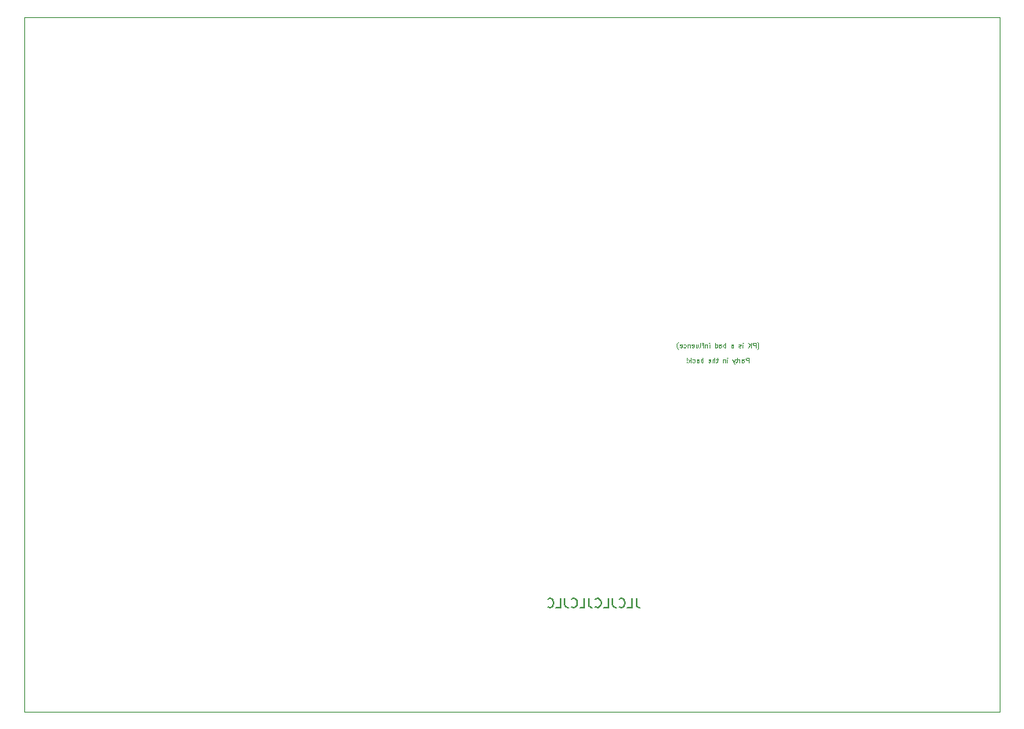
<source format=gbr>
%TF.GenerationSoftware,KiCad,Pcbnew,(6.0.6)*%
%TF.CreationDate,2022-09-05T02:31:18-05:00*%
%TF.ProjectId,rp2040-board,72703230-3430-42d6-926f-6172642e6b69,rev?*%
%TF.SameCoordinates,Original*%
%TF.FileFunction,Legend,Bot*%
%TF.FilePolarity,Positive*%
%FSLAX46Y46*%
G04 Gerber Fmt 4.6, Leading zero omitted, Abs format (unit mm)*
G04 Created by KiCad (PCBNEW (6.0.6)) date 2022-09-05 02:31:18*
%MOMM*%
%LPD*%
G01*
G04 APERTURE LIST*
%ADD10C,0.150000*%
%ADD11C,0.125000*%
%TA.AperFunction,Profile*%
%ADD12C,0.025400*%
%TD*%
G04 APERTURE END LIST*
D10*
X163719047Y-125852380D02*
X163719047Y-126566666D01*
X163766666Y-126709523D01*
X163861904Y-126804761D01*
X164004761Y-126852380D01*
X164100000Y-126852380D01*
X162766666Y-126852380D02*
X163242857Y-126852380D01*
X163242857Y-125852380D01*
X161861904Y-126757142D02*
X161909523Y-126804761D01*
X162052380Y-126852380D01*
X162147619Y-126852380D01*
X162290476Y-126804761D01*
X162385714Y-126709523D01*
X162433333Y-126614285D01*
X162480952Y-126423809D01*
X162480952Y-126280952D01*
X162433333Y-126090476D01*
X162385714Y-125995238D01*
X162290476Y-125900000D01*
X162147619Y-125852380D01*
X162052380Y-125852380D01*
X161909523Y-125900000D01*
X161861904Y-125947619D01*
X161147619Y-125852380D02*
X161147619Y-126566666D01*
X161195238Y-126709523D01*
X161290476Y-126804761D01*
X161433333Y-126852380D01*
X161528571Y-126852380D01*
X160195238Y-126852380D02*
X160671428Y-126852380D01*
X160671428Y-125852380D01*
X159290476Y-126757142D02*
X159338095Y-126804761D01*
X159480952Y-126852380D01*
X159576190Y-126852380D01*
X159719047Y-126804761D01*
X159814285Y-126709523D01*
X159861904Y-126614285D01*
X159909523Y-126423809D01*
X159909523Y-126280952D01*
X159861904Y-126090476D01*
X159814285Y-125995238D01*
X159719047Y-125900000D01*
X159576190Y-125852380D01*
X159480952Y-125852380D01*
X159338095Y-125900000D01*
X159290476Y-125947619D01*
X158576190Y-125852380D02*
X158576190Y-126566666D01*
X158623809Y-126709523D01*
X158719047Y-126804761D01*
X158861904Y-126852380D01*
X158957142Y-126852380D01*
X157623809Y-126852380D02*
X158100000Y-126852380D01*
X158100000Y-125852380D01*
X156719047Y-126757142D02*
X156766666Y-126804761D01*
X156909523Y-126852380D01*
X157004761Y-126852380D01*
X157147619Y-126804761D01*
X157242857Y-126709523D01*
X157290476Y-126614285D01*
X157338095Y-126423809D01*
X157338095Y-126280952D01*
X157290476Y-126090476D01*
X157242857Y-125995238D01*
X157147619Y-125900000D01*
X157004761Y-125852380D01*
X156909523Y-125852380D01*
X156766666Y-125900000D01*
X156719047Y-125947619D01*
X156004761Y-125852380D02*
X156004761Y-126566666D01*
X156052380Y-126709523D01*
X156147619Y-126804761D01*
X156290476Y-126852380D01*
X156385714Y-126852380D01*
X155052380Y-126852380D02*
X155528571Y-126852380D01*
X155528571Y-125852380D01*
X154147619Y-126757142D02*
X154195238Y-126804761D01*
X154338095Y-126852380D01*
X154433333Y-126852380D01*
X154576190Y-126804761D01*
X154671428Y-126709523D01*
X154719047Y-126614285D01*
X154766666Y-126423809D01*
X154766666Y-126280952D01*
X154719047Y-126090476D01*
X154671428Y-125995238D01*
X154576190Y-125900000D01*
X154433333Y-125852380D01*
X154338095Y-125852380D01*
X154195238Y-125900000D01*
X154147619Y-125947619D01*
D11*
X176773809Y-98911666D02*
X176797619Y-98887857D01*
X176845238Y-98816428D01*
X176869047Y-98768809D01*
X176892857Y-98697380D01*
X176916666Y-98578333D01*
X176916666Y-98483095D01*
X176892857Y-98364047D01*
X176869047Y-98292619D01*
X176845238Y-98245000D01*
X176797619Y-98173571D01*
X176773809Y-98149761D01*
X176583333Y-98721190D02*
X176583333Y-98221190D01*
X176392857Y-98221190D01*
X176345238Y-98245000D01*
X176321428Y-98268809D01*
X176297619Y-98316428D01*
X176297619Y-98387857D01*
X176321428Y-98435476D01*
X176345238Y-98459285D01*
X176392857Y-98483095D01*
X176583333Y-98483095D01*
X176083333Y-98721190D02*
X176083333Y-98221190D01*
X175797619Y-98721190D02*
X176011904Y-98435476D01*
X175797619Y-98221190D02*
X176083333Y-98506904D01*
X175202380Y-98721190D02*
X175202380Y-98387857D01*
X175202380Y-98221190D02*
X175226190Y-98245000D01*
X175202380Y-98268809D01*
X175178571Y-98245000D01*
X175202380Y-98221190D01*
X175202380Y-98268809D01*
X174988095Y-98697380D02*
X174940476Y-98721190D01*
X174845238Y-98721190D01*
X174797619Y-98697380D01*
X174773809Y-98649761D01*
X174773809Y-98625952D01*
X174797619Y-98578333D01*
X174845238Y-98554523D01*
X174916666Y-98554523D01*
X174964285Y-98530714D01*
X174988095Y-98483095D01*
X174988095Y-98459285D01*
X174964285Y-98411666D01*
X174916666Y-98387857D01*
X174845238Y-98387857D01*
X174797619Y-98411666D01*
X173964285Y-98721190D02*
X173964285Y-98459285D01*
X173988095Y-98411666D01*
X174035714Y-98387857D01*
X174130952Y-98387857D01*
X174178571Y-98411666D01*
X173964285Y-98697380D02*
X174011904Y-98721190D01*
X174130952Y-98721190D01*
X174178571Y-98697380D01*
X174202380Y-98649761D01*
X174202380Y-98602142D01*
X174178571Y-98554523D01*
X174130952Y-98530714D01*
X174011904Y-98530714D01*
X173964285Y-98506904D01*
X173345238Y-98721190D02*
X173345238Y-98221190D01*
X173345238Y-98411666D02*
X173297619Y-98387857D01*
X173202380Y-98387857D01*
X173154761Y-98411666D01*
X173130952Y-98435476D01*
X173107142Y-98483095D01*
X173107142Y-98625952D01*
X173130952Y-98673571D01*
X173154761Y-98697380D01*
X173202380Y-98721190D01*
X173297619Y-98721190D01*
X173345238Y-98697380D01*
X172678571Y-98721190D02*
X172678571Y-98459285D01*
X172702380Y-98411666D01*
X172750000Y-98387857D01*
X172845238Y-98387857D01*
X172892857Y-98411666D01*
X172678571Y-98697380D02*
X172726190Y-98721190D01*
X172845238Y-98721190D01*
X172892857Y-98697380D01*
X172916666Y-98649761D01*
X172916666Y-98602142D01*
X172892857Y-98554523D01*
X172845238Y-98530714D01*
X172726190Y-98530714D01*
X172678571Y-98506904D01*
X172226190Y-98721190D02*
X172226190Y-98221190D01*
X172226190Y-98697380D02*
X172273809Y-98721190D01*
X172369047Y-98721190D01*
X172416666Y-98697380D01*
X172440476Y-98673571D01*
X172464285Y-98625952D01*
X172464285Y-98483095D01*
X172440476Y-98435476D01*
X172416666Y-98411666D01*
X172369047Y-98387857D01*
X172273809Y-98387857D01*
X172226190Y-98411666D01*
X171607142Y-98721190D02*
X171607142Y-98387857D01*
X171607142Y-98221190D02*
X171630952Y-98245000D01*
X171607142Y-98268809D01*
X171583333Y-98245000D01*
X171607142Y-98221190D01*
X171607142Y-98268809D01*
X171369047Y-98387857D02*
X171369047Y-98721190D01*
X171369047Y-98435476D02*
X171345238Y-98411666D01*
X171297619Y-98387857D01*
X171226190Y-98387857D01*
X171178571Y-98411666D01*
X171154761Y-98459285D01*
X171154761Y-98721190D01*
X170988095Y-98387857D02*
X170797619Y-98387857D01*
X170916666Y-98721190D02*
X170916666Y-98292619D01*
X170892857Y-98245000D01*
X170845238Y-98221190D01*
X170797619Y-98221190D01*
X170559523Y-98721190D02*
X170607142Y-98697380D01*
X170630952Y-98649761D01*
X170630952Y-98221190D01*
X170154761Y-98387857D02*
X170154761Y-98721190D01*
X170369047Y-98387857D02*
X170369047Y-98649761D01*
X170345238Y-98697380D01*
X170297619Y-98721190D01*
X170226190Y-98721190D01*
X170178571Y-98697380D01*
X170154761Y-98673571D01*
X169726190Y-98697380D02*
X169773809Y-98721190D01*
X169869047Y-98721190D01*
X169916666Y-98697380D01*
X169940476Y-98649761D01*
X169940476Y-98459285D01*
X169916666Y-98411666D01*
X169869047Y-98387857D01*
X169773809Y-98387857D01*
X169726190Y-98411666D01*
X169702380Y-98459285D01*
X169702380Y-98506904D01*
X169940476Y-98554523D01*
X169488095Y-98387857D02*
X169488095Y-98721190D01*
X169488095Y-98435476D02*
X169464285Y-98411666D01*
X169416666Y-98387857D01*
X169345238Y-98387857D01*
X169297619Y-98411666D01*
X169273809Y-98459285D01*
X169273809Y-98721190D01*
X168821428Y-98697380D02*
X168869047Y-98721190D01*
X168964285Y-98721190D01*
X169011904Y-98697380D01*
X169035714Y-98673571D01*
X169059523Y-98625952D01*
X169059523Y-98483095D01*
X169035714Y-98435476D01*
X169011904Y-98411666D01*
X168964285Y-98387857D01*
X168869047Y-98387857D01*
X168821428Y-98411666D01*
X168416666Y-98697380D02*
X168464285Y-98721190D01*
X168559523Y-98721190D01*
X168607142Y-98697380D01*
X168630952Y-98649761D01*
X168630952Y-98459285D01*
X168607142Y-98411666D01*
X168559523Y-98387857D01*
X168464285Y-98387857D01*
X168416666Y-98411666D01*
X168392857Y-98459285D01*
X168392857Y-98506904D01*
X168630952Y-98554523D01*
X168226190Y-98911666D02*
X168202380Y-98887857D01*
X168154761Y-98816428D01*
X168130952Y-98768809D01*
X168107142Y-98697380D01*
X168083333Y-98578333D01*
X168083333Y-98483095D01*
X168107142Y-98364047D01*
X168130952Y-98292619D01*
X168154761Y-98245000D01*
X168202380Y-98173571D01*
X168226190Y-98149761D01*
X175833333Y-100331190D02*
X175833333Y-99831190D01*
X175642857Y-99831190D01*
X175595238Y-99855000D01*
X175571428Y-99878809D01*
X175547619Y-99926428D01*
X175547619Y-99997857D01*
X175571428Y-100045476D01*
X175595238Y-100069285D01*
X175642857Y-100093095D01*
X175833333Y-100093095D01*
X175119047Y-100331190D02*
X175119047Y-100069285D01*
X175142857Y-100021666D01*
X175190476Y-99997857D01*
X175285714Y-99997857D01*
X175333333Y-100021666D01*
X175119047Y-100307380D02*
X175166666Y-100331190D01*
X175285714Y-100331190D01*
X175333333Y-100307380D01*
X175357142Y-100259761D01*
X175357142Y-100212142D01*
X175333333Y-100164523D01*
X175285714Y-100140714D01*
X175166666Y-100140714D01*
X175119047Y-100116904D01*
X174880952Y-100331190D02*
X174880952Y-99997857D01*
X174880952Y-100093095D02*
X174857142Y-100045476D01*
X174833333Y-100021666D01*
X174785714Y-99997857D01*
X174738095Y-99997857D01*
X174642857Y-99997857D02*
X174452380Y-99997857D01*
X174571428Y-99831190D02*
X174571428Y-100259761D01*
X174547619Y-100307380D01*
X174500000Y-100331190D01*
X174452380Y-100331190D01*
X174333333Y-99997857D02*
X174214285Y-100331190D01*
X174095238Y-99997857D02*
X174214285Y-100331190D01*
X174261904Y-100450238D01*
X174285714Y-100474047D01*
X174333333Y-100497857D01*
X173523809Y-100331190D02*
X173523809Y-99997857D01*
X173523809Y-99831190D02*
X173547619Y-99855000D01*
X173523809Y-99878809D01*
X173500000Y-99855000D01*
X173523809Y-99831190D01*
X173523809Y-99878809D01*
X173285714Y-99997857D02*
X173285714Y-100331190D01*
X173285714Y-100045476D02*
X173261904Y-100021666D01*
X173214285Y-99997857D01*
X173142857Y-99997857D01*
X173095238Y-100021666D01*
X173071428Y-100069285D01*
X173071428Y-100331190D01*
X172523809Y-99997857D02*
X172333333Y-99997857D01*
X172452380Y-99831190D02*
X172452380Y-100259761D01*
X172428571Y-100307380D01*
X172380952Y-100331190D01*
X172333333Y-100331190D01*
X172166666Y-100331190D02*
X172166666Y-99831190D01*
X171952380Y-100331190D02*
X171952380Y-100069285D01*
X171976190Y-100021666D01*
X172023809Y-99997857D01*
X172095238Y-99997857D01*
X172142857Y-100021666D01*
X172166666Y-100045476D01*
X171523809Y-100307380D02*
X171571428Y-100331190D01*
X171666666Y-100331190D01*
X171714285Y-100307380D01*
X171738095Y-100259761D01*
X171738095Y-100069285D01*
X171714285Y-100021666D01*
X171666666Y-99997857D01*
X171571428Y-99997857D01*
X171523809Y-100021666D01*
X171500000Y-100069285D01*
X171500000Y-100116904D01*
X171738095Y-100164523D01*
X170904761Y-100331190D02*
X170904761Y-99831190D01*
X170904761Y-100021666D02*
X170857142Y-99997857D01*
X170761904Y-99997857D01*
X170714285Y-100021666D01*
X170690476Y-100045476D01*
X170666666Y-100093095D01*
X170666666Y-100235952D01*
X170690476Y-100283571D01*
X170714285Y-100307380D01*
X170761904Y-100331190D01*
X170857142Y-100331190D01*
X170904761Y-100307380D01*
X170238095Y-100331190D02*
X170238095Y-100069285D01*
X170261904Y-100021666D01*
X170309523Y-99997857D01*
X170404761Y-99997857D01*
X170452380Y-100021666D01*
X170238095Y-100307380D02*
X170285714Y-100331190D01*
X170404761Y-100331190D01*
X170452380Y-100307380D01*
X170476190Y-100259761D01*
X170476190Y-100212142D01*
X170452380Y-100164523D01*
X170404761Y-100140714D01*
X170285714Y-100140714D01*
X170238095Y-100116904D01*
X169785714Y-100307380D02*
X169833333Y-100331190D01*
X169928571Y-100331190D01*
X169976190Y-100307380D01*
X170000000Y-100283571D01*
X170023809Y-100235952D01*
X170023809Y-100093095D01*
X170000000Y-100045476D01*
X169976190Y-100021666D01*
X169928571Y-99997857D01*
X169833333Y-99997857D01*
X169785714Y-100021666D01*
X169571428Y-100331190D02*
X169571428Y-99831190D01*
X169523809Y-100140714D02*
X169380952Y-100331190D01*
X169380952Y-99997857D02*
X169571428Y-100188333D01*
X169166666Y-100283571D02*
X169142857Y-100307380D01*
X169166666Y-100331190D01*
X169190476Y-100307380D01*
X169166666Y-100283571D01*
X169166666Y-100331190D01*
X169166666Y-100140714D02*
X169190476Y-99855000D01*
X169166666Y-99831190D01*
X169142857Y-99855000D01*
X169166666Y-100140714D01*
X169166666Y-99831190D01*
D12*
X97650000Y-63005200D02*
X97650000Y-138100000D01*
X202952600Y-63000000D02*
X97650000Y-63005200D01*
X202952600Y-138094800D02*
X202952600Y-63000000D01*
X97650000Y-138100000D02*
X202952600Y-138094800D01*
M02*

</source>
